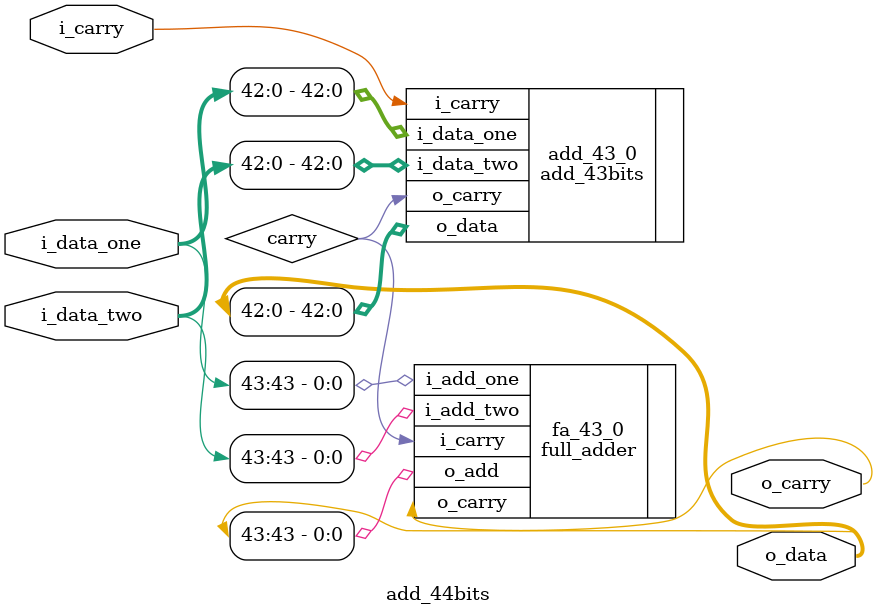
<source format=sv>
module add_44bits(
  input logic  [43:0] i_data_one,
  input logic  [43:0] i_data_two,
  input logic         i_carry,
  
  output logic [43:0] o_data,
  output logic        o_carry
);

  logic carry;

  add_43bits add_43_0(
    .i_data_one (i_data_one[42:0]),
    .i_data_two (i_data_two[42:0]),
    .i_carry    (i_carry),
    .o_data     (o_data[42:0]),
    .o_carry    (carry)
  );
  
  full_adder fa_43_0(
    .i_add_one (i_data_one[43]),
    .i_add_two (i_data_two[43]),
    .i_carry   (carry),
    .o_add     (o_data[43]),
    .o_carry   (o_carry)
  );

endmodule
</source>
